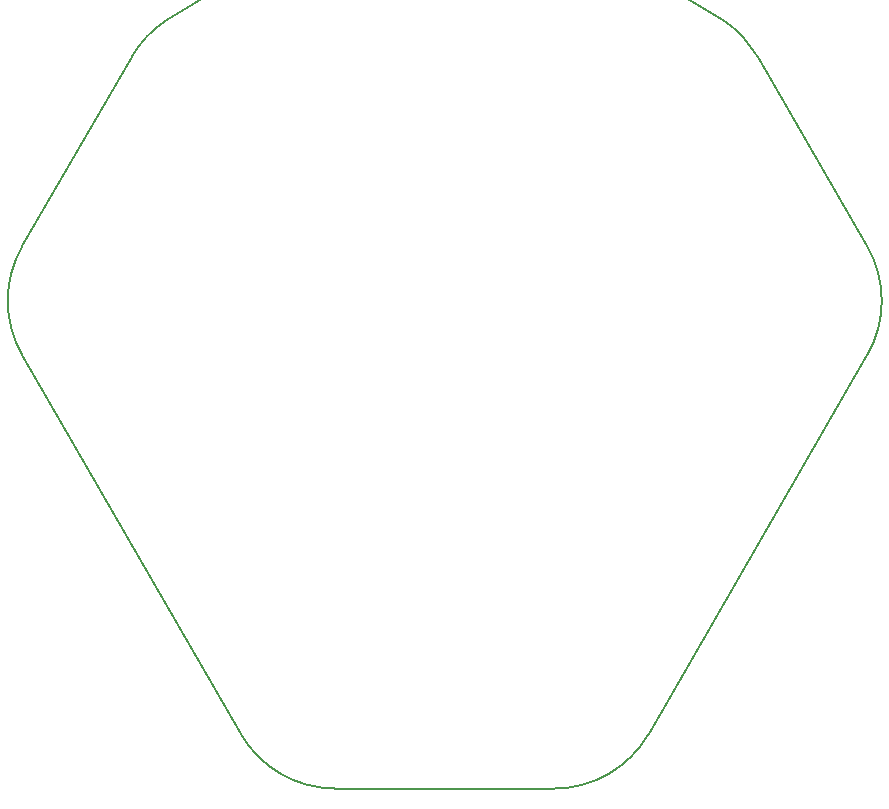
<source format=gm1>
G04 #@! TF.GenerationSoftware,KiCad,Pcbnew,8.0.4*
G04 #@! TF.CreationDate,2025-04-17T01:03:58+02:00*
G04 #@! TF.ProjectId,bms_stage_bq40z80,626d735f-7374-4616-9765-5f627134307a,rev?*
G04 #@! TF.SameCoordinates,Original*
G04 #@! TF.FileFunction,Profile,NP*
%FSLAX46Y46*%
G04 Gerber Fmt 4.6, Leading zero omitted, Abs format (unit mm)*
G04 Created by KiCad (PCBNEW 8.0.4) date 2025-04-17 01:03:58*
%MOMM*%
%LPD*%
G01*
G04 APERTURE LIST*
G04 #@! TA.AperFunction,Profile*
%ADD10C,0.200000*%
G04 #@! TD*
G04 APERTURE END LIST*
D10*
X140749991Y-135951867D02*
G75*
G02*
X132739277Y-131326855I9J9249967D01*
G01*
X123489246Y-74012440D02*
G75*
G02*
X126439504Y-70894453I8010654J-4624960D01*
G01*
X185760756Y-90033911D02*
G75*
G02*
X185760747Y-99283905I-8010756J-4624989D01*
G01*
X114239245Y-99283908D02*
X132739256Y-131326867D01*
X114239245Y-99283908D02*
G75*
G02*
X114239239Y-90033903I8010755J4625008D01*
G01*
X126439492Y-70894435D02*
G75*
G02*
X173560510Y-70894435I23560509J-36049552D01*
G01*
X173560510Y-70894435D02*
G75*
G02*
X176510735Y-74012428I-5060410J-7742865D01*
G01*
X167260750Y-131326861D02*
G75*
G02*
X159262904Y-135951835I-8010750J4625061D01*
G01*
X167260750Y-131326861D02*
X185760756Y-99283910D01*
X123489246Y-74012440D02*
X114239247Y-90033908D01*
X185760756Y-90033911D02*
X176510746Y-74012422D01*
X140749991Y-135951867D02*
X159262904Y-135951867D01*
M02*

</source>
